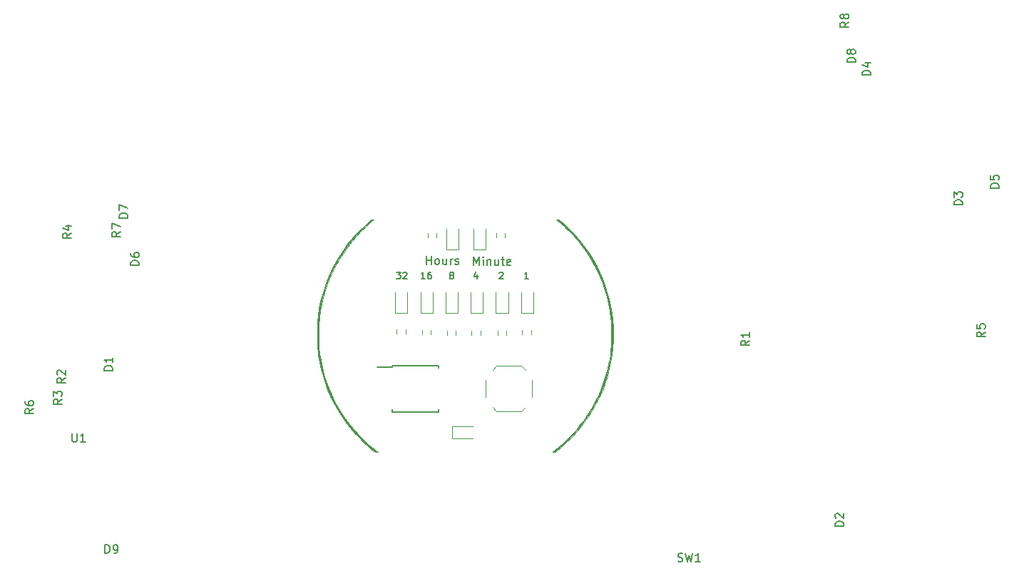
<source format=gto>
G04 #@! TF.GenerationSoftware,KiCad,Pcbnew,(6.0.1)*
G04 #@! TF.CreationDate,2022-05-01T16:09:43+05:30*
G04 #@! TF.ProjectId,BCD watch V1.0,42434420-7761-4746-9368-2056312e302e,rev?*
G04 #@! TF.SameCoordinates,Original*
G04 #@! TF.FileFunction,Legend,Top*
G04 #@! TF.FilePolarity,Positive*
%FSLAX46Y46*%
G04 Gerber Fmt 4.6, Leading zero omitted, Abs format (unit mm)*
G04 Created by KiCad (PCBNEW (6.0.1)) date 2022-05-01 16:09:43*
%MOMM*%
%LPD*%
G01*
G04 APERTURE LIST*
%ADD10C,0.150000*%
%ADD11C,0.120000*%
%ADD12C,0.010000*%
G04 APERTURE END LIST*
D10*
X73028571Y-48861904D02*
X72571428Y-48861904D01*
X72800000Y-48861904D02*
X72800000Y-48061904D01*
X72723809Y-48176190D01*
X72647619Y-48252380D01*
X72571428Y-48290476D01*
X69571428Y-48138095D02*
X69609523Y-48100000D01*
X69685714Y-48061904D01*
X69876190Y-48061904D01*
X69952380Y-48100000D01*
X69990476Y-48138095D01*
X70028571Y-48214285D01*
X70028571Y-48290476D01*
X69990476Y-48404761D01*
X69533333Y-48861904D01*
X70028571Y-48861904D01*
X66952380Y-48328571D02*
X66952380Y-48861904D01*
X66761904Y-48023809D02*
X66571428Y-48595238D01*
X67066666Y-48595238D01*
X60895238Y-47152380D02*
X60895238Y-46152380D01*
X60895238Y-46628571D02*
X61466666Y-46628571D01*
X61466666Y-47152380D02*
X61466666Y-46152380D01*
X62085714Y-47152380D02*
X61990476Y-47104761D01*
X61942857Y-47057142D01*
X61895238Y-46961904D01*
X61895238Y-46676190D01*
X61942857Y-46580952D01*
X61990476Y-46533333D01*
X62085714Y-46485714D01*
X62228571Y-46485714D01*
X62323809Y-46533333D01*
X62371428Y-46580952D01*
X62419047Y-46676190D01*
X62419047Y-46961904D01*
X62371428Y-47057142D01*
X62323809Y-47104761D01*
X62228571Y-47152380D01*
X62085714Y-47152380D01*
X63276190Y-46485714D02*
X63276190Y-47152380D01*
X62847619Y-46485714D02*
X62847619Y-47009523D01*
X62895238Y-47104761D01*
X62990476Y-47152380D01*
X63133333Y-47152380D01*
X63228571Y-47104761D01*
X63276190Y-47057142D01*
X63752380Y-47152380D02*
X63752380Y-46485714D01*
X63752380Y-46676190D02*
X63800000Y-46580952D01*
X63847619Y-46533333D01*
X63942857Y-46485714D01*
X64038095Y-46485714D01*
X64323809Y-47104761D02*
X64419047Y-47152380D01*
X64609523Y-47152380D01*
X64704761Y-47104761D01*
X64752380Y-47009523D01*
X64752380Y-46961904D01*
X64704761Y-46866666D01*
X64609523Y-46819047D01*
X64466666Y-46819047D01*
X64371428Y-46771428D01*
X64323809Y-46676190D01*
X64323809Y-46628571D01*
X64371428Y-46533333D01*
X64466666Y-46485714D01*
X64609523Y-46485714D01*
X64704761Y-46533333D01*
X66509523Y-47252380D02*
X66509523Y-46252380D01*
X66842857Y-46966666D01*
X67176190Y-46252380D01*
X67176190Y-47252380D01*
X67652380Y-47252380D02*
X67652380Y-46585714D01*
X67652380Y-46252380D02*
X67604761Y-46300000D01*
X67652380Y-46347619D01*
X67700000Y-46300000D01*
X67652380Y-46252380D01*
X67652380Y-46347619D01*
X68128571Y-46585714D02*
X68128571Y-47252380D01*
X68128571Y-46680952D02*
X68176190Y-46633333D01*
X68271428Y-46585714D01*
X68414285Y-46585714D01*
X68509523Y-46633333D01*
X68557142Y-46728571D01*
X68557142Y-47252380D01*
X69461904Y-46585714D02*
X69461904Y-47252380D01*
X69033333Y-46585714D02*
X69033333Y-47109523D01*
X69080952Y-47204761D01*
X69176190Y-47252380D01*
X69319047Y-47252380D01*
X69414285Y-47204761D01*
X69461904Y-47157142D01*
X69795238Y-46585714D02*
X70176190Y-46585714D01*
X69938095Y-46252380D02*
X69938095Y-47109523D01*
X69985714Y-47204761D01*
X70080952Y-47252380D01*
X70176190Y-47252380D01*
X70890476Y-47204761D02*
X70795238Y-47252380D01*
X70604761Y-47252380D01*
X70509523Y-47204761D01*
X70461904Y-47109523D01*
X70461904Y-46728571D01*
X70509523Y-46633333D01*
X70604761Y-46585714D01*
X70795238Y-46585714D01*
X70890476Y-46633333D01*
X70938095Y-46728571D01*
X70938095Y-46823809D01*
X70461904Y-46919047D01*
X57352380Y-48061904D02*
X57847619Y-48061904D01*
X57580952Y-48366666D01*
X57695238Y-48366666D01*
X57771428Y-48404761D01*
X57809523Y-48442857D01*
X57847619Y-48519047D01*
X57847619Y-48709523D01*
X57809523Y-48785714D01*
X57771428Y-48823809D01*
X57695238Y-48861904D01*
X57466666Y-48861904D01*
X57390476Y-48823809D01*
X57352380Y-48785714D01*
X58152380Y-48138095D02*
X58190476Y-48100000D01*
X58266666Y-48061904D01*
X58457142Y-48061904D01*
X58533333Y-48100000D01*
X58571428Y-48138095D01*
X58609523Y-48214285D01*
X58609523Y-48290476D01*
X58571428Y-48404761D01*
X58114285Y-48861904D01*
X58609523Y-48861904D01*
X63823809Y-48404761D02*
X63747619Y-48366666D01*
X63709523Y-48328571D01*
X63671428Y-48252380D01*
X63671428Y-48214285D01*
X63709523Y-48138095D01*
X63747619Y-48100000D01*
X63823809Y-48061904D01*
X63976190Y-48061904D01*
X64052380Y-48100000D01*
X64090476Y-48138095D01*
X64128571Y-48214285D01*
X64128571Y-48252380D01*
X64090476Y-48328571D01*
X64052380Y-48366666D01*
X63976190Y-48404761D01*
X63823809Y-48404761D01*
X63747619Y-48442857D01*
X63709523Y-48480952D01*
X63671428Y-48557142D01*
X63671428Y-48709523D01*
X63709523Y-48785714D01*
X63747619Y-48823809D01*
X63823809Y-48861904D01*
X63976190Y-48861904D01*
X64052380Y-48823809D01*
X64090476Y-48785714D01*
X64128571Y-48709523D01*
X64128571Y-48557142D01*
X64090476Y-48480952D01*
X64052380Y-48442857D01*
X63976190Y-48404761D01*
X60747619Y-48861904D02*
X60290476Y-48861904D01*
X60519047Y-48861904D02*
X60519047Y-48061904D01*
X60442857Y-48176190D01*
X60366666Y-48252380D01*
X60290476Y-48290476D01*
X61433333Y-48061904D02*
X61280952Y-48061904D01*
X61204761Y-48100000D01*
X61166666Y-48138095D01*
X61090476Y-48252380D01*
X61052380Y-48404761D01*
X61052380Y-48709523D01*
X61090476Y-48785714D01*
X61128571Y-48823809D01*
X61204761Y-48861904D01*
X61357142Y-48861904D01*
X61433333Y-48823809D01*
X61471428Y-48785714D01*
X61509523Y-48709523D01*
X61509523Y-48519047D01*
X61471428Y-48442857D01*
X61433333Y-48404761D01*
X61357142Y-48366666D01*
X61204761Y-48366666D01*
X61128571Y-48404761D01*
X61090476Y-48442857D01*
X61052380Y-48519047D01*
G04 #@! TO.C,R3*
X17648640Y-63141666D02*
X17172450Y-63475000D01*
X17648640Y-63713095D02*
X16648640Y-63713095D01*
X16648640Y-63332142D01*
X16696260Y-63236904D01*
X16743879Y-63189285D01*
X16839117Y-63141666D01*
X16981974Y-63141666D01*
X17077212Y-63189285D01*
X17124831Y-63236904D01*
X17172450Y-63332142D01*
X17172450Y-63713095D01*
X16648640Y-62808333D02*
X16648640Y-62189285D01*
X17029593Y-62522619D01*
X17029593Y-62379761D01*
X17077212Y-62284523D01*
X17124831Y-62236904D01*
X17220069Y-62189285D01*
X17458164Y-62189285D01*
X17553402Y-62236904D01*
X17601021Y-62284523D01*
X17648640Y-62379761D01*
X17648640Y-62665476D01*
X17601021Y-62760714D01*
X17553402Y-62808333D01*
G04 #@! TO.C,R5*
X127252380Y-55166666D02*
X126776190Y-55500000D01*
X127252380Y-55738095D02*
X126252380Y-55738095D01*
X126252380Y-55357142D01*
X126300000Y-55261904D01*
X126347619Y-55214285D01*
X126442857Y-55166666D01*
X126585714Y-55166666D01*
X126680952Y-55214285D01*
X126728571Y-55261904D01*
X126776190Y-55357142D01*
X126776190Y-55738095D01*
X126252380Y-54261904D02*
X126252380Y-54738095D01*
X126728571Y-54785714D01*
X126680952Y-54738095D01*
X126633333Y-54642857D01*
X126633333Y-54404761D01*
X126680952Y-54309523D01*
X126728571Y-54261904D01*
X126823809Y-54214285D01*
X127061904Y-54214285D01*
X127157142Y-54261904D01*
X127204761Y-54309523D01*
X127252380Y-54404761D01*
X127252380Y-54642857D01*
X127204761Y-54738095D01*
X127157142Y-54785714D01*
G04 #@! TO.C,D9*
X22761904Y-81452380D02*
X22761904Y-80452380D01*
X23000000Y-80452380D01*
X23142857Y-80500000D01*
X23238095Y-80595238D01*
X23285714Y-80690476D01*
X23333333Y-80880952D01*
X23333333Y-81023809D01*
X23285714Y-81214285D01*
X23238095Y-81309523D01*
X23142857Y-81404761D01*
X23000000Y-81452380D01*
X22761904Y-81452380D01*
X23809523Y-81452380D02*
X24000000Y-81452380D01*
X24095238Y-81404761D01*
X24142857Y-81357142D01*
X24238095Y-81214285D01*
X24285714Y-81023809D01*
X24285714Y-80642857D01*
X24238095Y-80547619D01*
X24190476Y-80500000D01*
X24095238Y-80452380D01*
X23904761Y-80452380D01*
X23809523Y-80500000D01*
X23761904Y-80547619D01*
X23714285Y-80642857D01*
X23714285Y-80880952D01*
X23761904Y-80976190D01*
X23809523Y-81023809D01*
X23904761Y-81071428D01*
X24095238Y-81071428D01*
X24190476Y-81023809D01*
X24238095Y-80976190D01*
X24285714Y-80880952D01*
G04 #@! TO.C,D3*
X124546543Y-40063095D02*
X123546543Y-40063095D01*
X123546543Y-39825000D01*
X123594163Y-39682142D01*
X123689401Y-39586904D01*
X123784639Y-39539285D01*
X123975115Y-39491666D01*
X124117972Y-39491666D01*
X124308448Y-39539285D01*
X124403686Y-39586904D01*
X124498924Y-39682142D01*
X124546543Y-39825000D01*
X124546543Y-40063095D01*
X123546543Y-39158333D02*
X123546543Y-38539285D01*
X123927496Y-38872619D01*
X123927496Y-38729761D01*
X123975115Y-38634523D01*
X124022734Y-38586904D01*
X124117972Y-38539285D01*
X124356067Y-38539285D01*
X124451305Y-38586904D01*
X124498924Y-38634523D01*
X124546543Y-38729761D01*
X124546543Y-39015476D01*
X124498924Y-39110714D01*
X124451305Y-39158333D01*
G04 #@! TO.C,SW1*
X90766666Y-82404761D02*
X90909523Y-82452380D01*
X91147619Y-82452380D01*
X91242857Y-82404761D01*
X91290476Y-82357142D01*
X91338095Y-82261904D01*
X91338095Y-82166666D01*
X91290476Y-82071428D01*
X91242857Y-82023809D01*
X91147619Y-81976190D01*
X90957142Y-81928571D01*
X90861904Y-81880952D01*
X90814285Y-81833333D01*
X90766666Y-81738095D01*
X90766666Y-81642857D01*
X90814285Y-81547619D01*
X90861904Y-81500000D01*
X90957142Y-81452380D01*
X91195238Y-81452380D01*
X91338095Y-81500000D01*
X91671428Y-81452380D02*
X91909523Y-82452380D01*
X92100000Y-81738095D01*
X92290476Y-82452380D01*
X92528571Y-81452380D01*
X93433333Y-82452380D02*
X92861904Y-82452380D01*
X93147619Y-82452380D02*
X93147619Y-81452380D01*
X93052380Y-81595238D01*
X92957142Y-81690476D01*
X92861904Y-81738095D01*
G04 #@! TO.C,D4*
X113656748Y-24663095D02*
X112656748Y-24663095D01*
X112656748Y-24425000D01*
X112704368Y-24282142D01*
X112799606Y-24186904D01*
X112894844Y-24139285D01*
X113085320Y-24091666D01*
X113228177Y-24091666D01*
X113418653Y-24139285D01*
X113513891Y-24186904D01*
X113609129Y-24282142D01*
X113656748Y-24425000D01*
X113656748Y-24663095D01*
X112990082Y-23234523D02*
X113656748Y-23234523D01*
X112609129Y-23472619D02*
X113323415Y-23710714D01*
X113323415Y-23091666D01*
G04 #@! TO.C,D6*
X26782007Y-47243056D02*
X25782007Y-47243056D01*
X25782007Y-47004961D01*
X25829627Y-46862103D01*
X25924865Y-46766865D01*
X26020103Y-46719246D01*
X26210579Y-46671627D01*
X26353436Y-46671627D01*
X26543912Y-46719246D01*
X26639150Y-46766865D01*
X26734388Y-46862103D01*
X26782007Y-47004961D01*
X26782007Y-47243056D01*
X25782007Y-45814484D02*
X25782007Y-46004961D01*
X25829627Y-46100199D01*
X25877246Y-46147818D01*
X26020103Y-46243056D01*
X26210579Y-46290675D01*
X26591531Y-46290675D01*
X26686769Y-46243056D01*
X26734388Y-46195437D01*
X26782007Y-46100199D01*
X26782007Y-45909722D01*
X26734388Y-45814484D01*
X26686769Y-45766865D01*
X26591531Y-45719246D01*
X26353436Y-45719246D01*
X26258198Y-45766865D01*
X26210579Y-45814484D01*
X26162960Y-45909722D01*
X26162960Y-46100199D01*
X26210579Y-46195437D01*
X26258198Y-46243056D01*
X26353436Y-46290675D01*
G04 #@! TO.C,R6*
X14252380Y-64291666D02*
X13776190Y-64625000D01*
X14252380Y-64863095D02*
X13252380Y-64863095D01*
X13252380Y-64482142D01*
X13300000Y-64386904D01*
X13347619Y-64339285D01*
X13442857Y-64291666D01*
X13585714Y-64291666D01*
X13680952Y-64339285D01*
X13728571Y-64386904D01*
X13776190Y-64482142D01*
X13776190Y-64863095D01*
X13252380Y-63434523D02*
X13252380Y-63625000D01*
X13300000Y-63720238D01*
X13347619Y-63767857D01*
X13490476Y-63863095D01*
X13680952Y-63910714D01*
X14061904Y-63910714D01*
X14157142Y-63863095D01*
X14204761Y-63815476D01*
X14252380Y-63720238D01*
X14252380Y-63529761D01*
X14204761Y-63434523D01*
X14157142Y-63386904D01*
X14061904Y-63339285D01*
X13823809Y-63339285D01*
X13728571Y-63386904D01*
X13680952Y-63434523D01*
X13633333Y-63529761D01*
X13633333Y-63720238D01*
X13680952Y-63815476D01*
X13728571Y-63863095D01*
X13823809Y-63910714D01*
G04 #@! TO.C,D1*
X23652380Y-59738095D02*
X22652380Y-59738095D01*
X22652380Y-59500000D01*
X22700000Y-59357142D01*
X22795238Y-59261904D01*
X22890476Y-59214285D01*
X23080952Y-59166666D01*
X23223809Y-59166666D01*
X23414285Y-59214285D01*
X23509523Y-59261904D01*
X23604761Y-59357142D01*
X23652380Y-59500000D01*
X23652380Y-59738095D01*
X23652380Y-58214285D02*
X23652380Y-58785714D01*
X23652380Y-58500000D02*
X22652380Y-58500000D01*
X22795238Y-58595238D01*
X22890476Y-58690476D01*
X22938095Y-58785714D01*
G04 #@! TO.C,D5*
X128882007Y-38063916D02*
X127882007Y-38063916D01*
X127882007Y-37825821D01*
X127929627Y-37682963D01*
X128024865Y-37587725D01*
X128120103Y-37540106D01*
X128310579Y-37492487D01*
X128453436Y-37492487D01*
X128643912Y-37540106D01*
X128739150Y-37587725D01*
X128834388Y-37682963D01*
X128882007Y-37825821D01*
X128882007Y-38063916D01*
X127882007Y-36587725D02*
X127882007Y-37063916D01*
X128358198Y-37111535D01*
X128310579Y-37063916D01*
X128262960Y-36968678D01*
X128262960Y-36730582D01*
X128310579Y-36635344D01*
X128358198Y-36587725D01*
X128453436Y-36540106D01*
X128691531Y-36540106D01*
X128786769Y-36587725D01*
X128834388Y-36635344D01*
X128882007Y-36730582D01*
X128882007Y-36968678D01*
X128834388Y-37063916D01*
X128786769Y-37111535D01*
G04 #@! TO.C,R8*
X111052380Y-18366666D02*
X110576190Y-18700000D01*
X111052380Y-18938095D02*
X110052380Y-18938095D01*
X110052380Y-18557142D01*
X110100000Y-18461904D01*
X110147619Y-18414285D01*
X110242857Y-18366666D01*
X110385714Y-18366666D01*
X110480952Y-18414285D01*
X110528571Y-18461904D01*
X110576190Y-18557142D01*
X110576190Y-18938095D01*
X110480952Y-17795238D02*
X110433333Y-17890476D01*
X110385714Y-17938095D01*
X110290476Y-17985714D01*
X110242857Y-17985714D01*
X110147619Y-17938095D01*
X110100000Y-17890476D01*
X110052380Y-17795238D01*
X110052380Y-17604761D01*
X110100000Y-17509523D01*
X110147619Y-17461904D01*
X110242857Y-17414285D01*
X110290476Y-17414285D01*
X110385714Y-17461904D01*
X110433333Y-17509523D01*
X110480952Y-17604761D01*
X110480952Y-17795238D01*
X110528571Y-17890476D01*
X110576190Y-17938095D01*
X110671428Y-17985714D01*
X110861904Y-17985714D01*
X110957142Y-17938095D01*
X111004761Y-17890476D01*
X111052380Y-17795238D01*
X111052380Y-17604761D01*
X111004761Y-17509523D01*
X110957142Y-17461904D01*
X110861904Y-17414285D01*
X110671428Y-17414285D01*
X110576190Y-17461904D01*
X110528571Y-17509523D01*
X110480952Y-17604761D01*
G04 #@! TO.C,R4*
X18752380Y-43444166D02*
X18276190Y-43777500D01*
X18752380Y-44015595D02*
X17752380Y-44015595D01*
X17752380Y-43634642D01*
X17800000Y-43539404D01*
X17847619Y-43491785D01*
X17942857Y-43444166D01*
X18085714Y-43444166D01*
X18180952Y-43491785D01*
X18228571Y-43539404D01*
X18276190Y-43634642D01*
X18276190Y-44015595D01*
X18085714Y-42587023D02*
X18752380Y-42587023D01*
X17704761Y-42825119D02*
X18419047Y-43063214D01*
X18419047Y-42444166D01*
G04 #@! TO.C,D2*
X110452380Y-78238095D02*
X109452380Y-78238095D01*
X109452380Y-78000000D01*
X109500000Y-77857142D01*
X109595238Y-77761904D01*
X109690476Y-77714285D01*
X109880952Y-77666666D01*
X110023809Y-77666666D01*
X110214285Y-77714285D01*
X110309523Y-77761904D01*
X110404761Y-77857142D01*
X110452380Y-78000000D01*
X110452380Y-78238095D01*
X109547619Y-77285714D02*
X109500000Y-77238095D01*
X109452380Y-77142857D01*
X109452380Y-76904761D01*
X109500000Y-76809523D01*
X109547619Y-76761904D01*
X109642857Y-76714285D01*
X109738095Y-76714285D01*
X109880952Y-76761904D01*
X110452380Y-77333333D01*
X110452380Y-76714285D01*
G04 #@! TO.C,U1*
X18834355Y-67227380D02*
X18834355Y-68036904D01*
X18881974Y-68132142D01*
X18929593Y-68179761D01*
X19024831Y-68227380D01*
X19215307Y-68227380D01*
X19310545Y-68179761D01*
X19358164Y-68132142D01*
X19405783Y-68036904D01*
X19405783Y-67227380D01*
X20405783Y-68227380D02*
X19834355Y-68227380D01*
X20120069Y-68227380D02*
X20120069Y-67227380D01*
X20024831Y-67370238D01*
X19929593Y-67465476D01*
X19834355Y-67513095D01*
G04 #@! TO.C,D8*
X111852380Y-23138095D02*
X110852380Y-23138095D01*
X110852380Y-22900000D01*
X110900000Y-22757142D01*
X110995238Y-22661904D01*
X111090476Y-22614285D01*
X111280952Y-22566666D01*
X111423809Y-22566666D01*
X111614285Y-22614285D01*
X111709523Y-22661904D01*
X111804761Y-22757142D01*
X111852380Y-22900000D01*
X111852380Y-23138095D01*
X111280952Y-21995238D02*
X111233333Y-22090476D01*
X111185714Y-22138095D01*
X111090476Y-22185714D01*
X111042857Y-22185714D01*
X110947619Y-22138095D01*
X110900000Y-22090476D01*
X110852380Y-21995238D01*
X110852380Y-21804761D01*
X110900000Y-21709523D01*
X110947619Y-21661904D01*
X111042857Y-21614285D01*
X111090476Y-21614285D01*
X111185714Y-21661904D01*
X111233333Y-21709523D01*
X111280952Y-21804761D01*
X111280952Y-21995238D01*
X111328571Y-22090476D01*
X111376190Y-22138095D01*
X111471428Y-22185714D01*
X111661904Y-22185714D01*
X111757142Y-22138095D01*
X111804761Y-22090476D01*
X111852380Y-21995238D01*
X111852380Y-21804761D01*
X111804761Y-21709523D01*
X111757142Y-21661904D01*
X111661904Y-21614285D01*
X111471428Y-21614285D01*
X111376190Y-21661904D01*
X111328571Y-21709523D01*
X111280952Y-21804761D01*
G04 #@! TO.C,D7*
X25452380Y-41615595D02*
X24452380Y-41615595D01*
X24452380Y-41377500D01*
X24500000Y-41234642D01*
X24595238Y-41139404D01*
X24690476Y-41091785D01*
X24880952Y-41044166D01*
X25023809Y-41044166D01*
X25214285Y-41091785D01*
X25309523Y-41139404D01*
X25404761Y-41234642D01*
X25452380Y-41377500D01*
X25452380Y-41615595D01*
X24452380Y-40710833D02*
X24452380Y-40044166D01*
X25452380Y-40472738D01*
G04 #@! TO.C,R2*
X18048640Y-60641666D02*
X17572450Y-60975000D01*
X18048640Y-61213095D02*
X17048640Y-61213095D01*
X17048640Y-60832142D01*
X17096260Y-60736904D01*
X17143879Y-60689285D01*
X17239117Y-60641666D01*
X17381974Y-60641666D01*
X17477212Y-60689285D01*
X17524831Y-60736904D01*
X17572450Y-60832142D01*
X17572450Y-61213095D01*
X17143879Y-60260714D02*
X17096260Y-60213095D01*
X17048640Y-60117857D01*
X17048640Y-59879761D01*
X17096260Y-59784523D01*
X17143879Y-59736904D01*
X17239117Y-59689285D01*
X17334355Y-59689285D01*
X17477212Y-59736904D01*
X18048640Y-60308333D01*
X18048640Y-59689285D01*
G04 #@! TO.C,R1*
X99256120Y-56191666D02*
X98779930Y-56525000D01*
X99256120Y-56763095D02*
X98256120Y-56763095D01*
X98256120Y-56382142D01*
X98303740Y-56286904D01*
X98351359Y-56239285D01*
X98446597Y-56191666D01*
X98589454Y-56191666D01*
X98684692Y-56239285D01*
X98732311Y-56286904D01*
X98779930Y-56382142D01*
X98779930Y-56763095D01*
X99256120Y-55239285D02*
X99256120Y-55810714D01*
X99256120Y-55525000D02*
X98256120Y-55525000D01*
X98398978Y-55620238D01*
X98494216Y-55715476D01*
X98541835Y-55810714D01*
G04 #@! TO.C,R7*
X24552380Y-43266666D02*
X24076190Y-43600000D01*
X24552380Y-43838095D02*
X23552380Y-43838095D01*
X23552380Y-43457142D01*
X23600000Y-43361904D01*
X23647619Y-43314285D01*
X23742857Y-43266666D01*
X23885714Y-43266666D01*
X23980952Y-43314285D01*
X24028571Y-43361904D01*
X24076190Y-43457142D01*
X24076190Y-43838095D01*
X23552380Y-42933333D02*
X23552380Y-42266666D01*
X24552380Y-42695238D01*
D11*
G04 #@! TO.C,R3*
X64422500Y-55554724D02*
X64422500Y-55045276D01*
X63377500Y-55554724D02*
X63377500Y-55045276D01*
G04 #@! TO.C,R5*
X70422500Y-55554724D02*
X70422500Y-55045276D01*
X69377500Y-55554724D02*
X69377500Y-55045276D01*
G04 #@! TO.C,D9*
X66400000Y-66365000D02*
X63940000Y-66365000D01*
X63940000Y-66365000D02*
X63940000Y-67835000D01*
X63940000Y-67835000D02*
X66400000Y-67835000D01*
G04 #@! TO.C,D3*
X63159163Y-50425000D02*
X63159163Y-52885000D01*
X63159163Y-52885000D02*
X64629163Y-52885000D01*
X64629163Y-52885000D02*
X64629163Y-50425000D01*
G04 #@! TO.C,SW1*
X72150000Y-64620000D02*
X72640000Y-64130000D01*
X69250000Y-64620000D02*
X72150000Y-64620000D01*
X69250000Y-59180000D02*
X68760000Y-59670000D01*
X67980000Y-62940000D02*
X67980000Y-60860000D01*
X73420000Y-62940000D02*
X73420000Y-60860000D01*
X69250000Y-64620000D02*
X68760000Y-64130000D01*
X69250000Y-59180000D02*
X72150000Y-59180000D01*
X72150000Y-59180000D02*
X72640000Y-59670000D01*
G04 #@! TO.C,D4*
X66169368Y-50425000D02*
X66169368Y-52885000D01*
X66169368Y-52885000D02*
X67639368Y-52885000D01*
X67639368Y-52885000D02*
X67639368Y-50425000D01*
D12*
G04 #@! TO.C,G\u002A\u002A\u002A*
X54510051Y-41813805D02*
X54525207Y-41814497D01*
X54525207Y-41814497D02*
X54672862Y-41820757D01*
X54672862Y-41820757D02*
X54417411Y-42032424D01*
X54417411Y-42032424D02*
X53766089Y-42599319D01*
X53766089Y-42599319D02*
X53146209Y-43194549D01*
X53146209Y-43194549D02*
X52557916Y-43817942D01*
X52557916Y-43817942D02*
X52001352Y-44469328D01*
X52001352Y-44469328D02*
X51476663Y-45148534D01*
X51476663Y-45148534D02*
X50983993Y-45855391D01*
X50983993Y-45855391D02*
X50523487Y-46589725D01*
X50523487Y-46589725D02*
X50403392Y-46794924D01*
X50403392Y-46794924D02*
X50298739Y-46981833D01*
X50298739Y-46981833D02*
X50182566Y-47198653D01*
X50182566Y-47198653D02*
X50059464Y-47436146D01*
X50059464Y-47436146D02*
X49934024Y-47685074D01*
X49934024Y-47685074D02*
X49810837Y-47936201D01*
X49810837Y-47936201D02*
X49694495Y-48180288D01*
X49694495Y-48180288D02*
X49589589Y-48408100D01*
X49589589Y-48408100D02*
X49500710Y-48610397D01*
X49500710Y-48610397D02*
X49498644Y-48615257D01*
X49498644Y-48615257D02*
X49181738Y-49414788D01*
X49181738Y-49414788D02*
X48905625Y-50223817D01*
X48905625Y-50223817D02*
X48670262Y-51040972D01*
X48670262Y-51040972D02*
X48475608Y-51864882D01*
X48475608Y-51864882D02*
X48321620Y-52694177D01*
X48321620Y-52694177D02*
X48208256Y-53527485D01*
X48208256Y-53527485D02*
X48135476Y-54363436D01*
X48135476Y-54363436D02*
X48103236Y-55200659D01*
X48103236Y-55200659D02*
X48111495Y-56037782D01*
X48111495Y-56037782D02*
X48160211Y-56873436D01*
X48160211Y-56873436D02*
X48249342Y-57706249D01*
X48249342Y-57706249D02*
X48378845Y-58534850D01*
X48378845Y-58534850D02*
X48548680Y-59357869D01*
X48548680Y-59357869D02*
X48758805Y-60173935D01*
X48758805Y-60173935D02*
X49009176Y-60981676D01*
X49009176Y-60981676D02*
X49299753Y-61779722D01*
X49299753Y-61779722D02*
X49630493Y-62566702D01*
X49630493Y-62566702D02*
X49945635Y-63230840D01*
X49945635Y-63230840D02*
X50343868Y-63980055D01*
X50343868Y-63980055D02*
X50778266Y-64708748D01*
X50778266Y-64708748D02*
X51247455Y-65415256D01*
X51247455Y-65415256D02*
X51750061Y-66097917D01*
X51750061Y-66097917D02*
X52284707Y-66755066D01*
X52284707Y-66755066D02*
X52850019Y-67385039D01*
X52850019Y-67385039D02*
X53444622Y-67986174D01*
X53444622Y-67986174D02*
X54067141Y-68556806D01*
X54067141Y-68556806D02*
X54716202Y-69095272D01*
X54716202Y-69095272D02*
X54929043Y-69260334D01*
X54929043Y-69260334D02*
X55127236Y-69411507D01*
X55127236Y-69411507D02*
X54793418Y-69411507D01*
X54793418Y-69411507D02*
X54476384Y-69156430D01*
X54476384Y-69156430D02*
X54347912Y-69051844D01*
X54347912Y-69051844D02*
X54203518Y-68932306D01*
X54203518Y-68932306D02*
X54057194Y-68809518D01*
X54057194Y-68809518D02*
X53922931Y-68695181D01*
X53922931Y-68695181D02*
X53863017Y-68643381D01*
X53863017Y-68643381D02*
X53729781Y-68524156D01*
X53729781Y-68524156D02*
X53574445Y-68379739D01*
X53574445Y-68379739D02*
X53403269Y-68216364D01*
X53403269Y-68216364D02*
X53222516Y-68040267D01*
X53222516Y-68040267D02*
X53038449Y-67857682D01*
X53038449Y-67857682D02*
X52857328Y-67674842D01*
X52857328Y-67674842D02*
X52685417Y-67497984D01*
X52685417Y-67497984D02*
X52528977Y-67333341D01*
X52528977Y-67333341D02*
X52394271Y-67187147D01*
X52394271Y-67187147D02*
X52345401Y-67132431D01*
X52345401Y-67132431D02*
X51782302Y-66463055D01*
X51782302Y-66463055D02*
X51255600Y-65772348D01*
X51255600Y-65772348D02*
X50765664Y-65061125D01*
X50765664Y-65061125D02*
X50312863Y-64330199D01*
X50312863Y-64330199D02*
X49897563Y-63580386D01*
X49897563Y-63580386D02*
X49520132Y-62812498D01*
X49520132Y-62812498D02*
X49180940Y-62027352D01*
X49180940Y-62027352D02*
X48880353Y-61225760D01*
X48880353Y-61225760D02*
X48618739Y-60408537D01*
X48618739Y-60408537D02*
X48396466Y-59576498D01*
X48396466Y-59576498D02*
X48213903Y-58730456D01*
X48213903Y-58730456D02*
X48071417Y-57871226D01*
X48071417Y-57871226D02*
X48033881Y-57589924D01*
X48033881Y-57589924D02*
X48005001Y-57350883D01*
X48005001Y-57350883D02*
X47981038Y-57130056D01*
X47981038Y-57130056D02*
X47961583Y-56919943D01*
X47961583Y-56919943D02*
X47946227Y-56713046D01*
X47946227Y-56713046D02*
X47934560Y-56501867D01*
X47934560Y-56501867D02*
X47926172Y-56278907D01*
X47926172Y-56278907D02*
X47920656Y-56036669D01*
X47920656Y-56036669D02*
X47917600Y-55767653D01*
X47917600Y-55767653D02*
X47916596Y-55464361D01*
X47916596Y-55464361D02*
X47916592Y-55441507D01*
X47916592Y-55441507D02*
X47917467Y-55135517D01*
X47917467Y-55135517D02*
X47920364Y-54864332D01*
X47920364Y-54864332D02*
X47925695Y-54620453D01*
X47925695Y-54620453D02*
X47933866Y-54396380D01*
X47933866Y-54396380D02*
X47945289Y-54184617D01*
X47945289Y-54184617D02*
X47960372Y-53977664D01*
X47960372Y-53977664D02*
X47979525Y-53768023D01*
X47979525Y-53768023D02*
X48003157Y-53548196D01*
X48003157Y-53548196D02*
X48031677Y-53310684D01*
X48031677Y-53310684D02*
X48033881Y-53293090D01*
X48033881Y-53293090D02*
X48162403Y-52436825D01*
X48162403Y-52436825D02*
X48331130Y-51592154D01*
X48331130Y-51592154D02*
X48539414Y-50760293D01*
X48539414Y-50760293D02*
X48786610Y-49942457D01*
X48786610Y-49942457D02*
X49072071Y-49139863D01*
X49072071Y-49139863D02*
X49395150Y-48353724D01*
X49395150Y-48353724D02*
X49755199Y-47585258D01*
X49755199Y-47585258D02*
X50151572Y-46835679D01*
X50151572Y-46835679D02*
X50583623Y-46106204D01*
X50583623Y-46106204D02*
X51050705Y-45398047D01*
X51050705Y-45398047D02*
X51552170Y-44712425D01*
X51552170Y-44712425D02*
X52087372Y-44050553D01*
X52087372Y-44050553D02*
X52655664Y-43413646D01*
X52655664Y-43413646D02*
X53256399Y-42802921D01*
X53256399Y-42802921D02*
X53888931Y-42219592D01*
X53888931Y-42219592D02*
X53958267Y-42159024D01*
X53958267Y-42159024D02*
X54081599Y-42051758D01*
X54081599Y-42051758D02*
X54177697Y-41968847D01*
X54177697Y-41968847D02*
X54251586Y-41907236D01*
X54251586Y-41907236D02*
X54308294Y-41863870D01*
X54308294Y-41863870D02*
X54352847Y-41835695D01*
X54352847Y-41835695D02*
X54390272Y-41819656D01*
X54390272Y-41819656D02*
X54425597Y-41812697D01*
X54425597Y-41812697D02*
X54463848Y-41811765D01*
X54463848Y-41811765D02*
X54510051Y-41813805D01*
X54510051Y-41813805D02*
X54510051Y-41813805D01*
G36*
X54510051Y-41813805D02*
G01*
X54525207Y-41814497D01*
X54672862Y-41820757D01*
X54417411Y-42032424D01*
X53766089Y-42599319D01*
X53146209Y-43194549D01*
X52557916Y-43817942D01*
X52001352Y-44469328D01*
X51476663Y-45148534D01*
X50983993Y-45855391D01*
X50523487Y-46589725D01*
X50403392Y-46794924D01*
X50298739Y-46981833D01*
X50182566Y-47198653D01*
X50059464Y-47436146D01*
X49934024Y-47685074D01*
X49810837Y-47936201D01*
X49694495Y-48180288D01*
X49589589Y-48408100D01*
X49500710Y-48610397D01*
X49498644Y-48615257D01*
X49181738Y-49414788D01*
X48905625Y-50223817D01*
X48670262Y-51040972D01*
X48475608Y-51864882D01*
X48321620Y-52694177D01*
X48208256Y-53527485D01*
X48135476Y-54363436D01*
X48103236Y-55200659D01*
X48111495Y-56037782D01*
X48160211Y-56873436D01*
X48249342Y-57706249D01*
X48378845Y-58534850D01*
X48548680Y-59357869D01*
X48758805Y-60173935D01*
X49009176Y-60981676D01*
X49299753Y-61779722D01*
X49630493Y-62566702D01*
X49945635Y-63230840D01*
X50343868Y-63980055D01*
X50778266Y-64708748D01*
X51247455Y-65415256D01*
X51750061Y-66097917D01*
X52284707Y-66755066D01*
X52850019Y-67385039D01*
X53444622Y-67986174D01*
X54067141Y-68556806D01*
X54716202Y-69095272D01*
X54929043Y-69260334D01*
X55127236Y-69411507D01*
X54793418Y-69411507D01*
X54476384Y-69156430D01*
X54347912Y-69051844D01*
X54203518Y-68932306D01*
X54057194Y-68809518D01*
X53922931Y-68695181D01*
X53863017Y-68643381D01*
X53729781Y-68524156D01*
X53574445Y-68379739D01*
X53403269Y-68216364D01*
X53222516Y-68040267D01*
X53038449Y-67857682D01*
X52857328Y-67674842D01*
X52685417Y-67497984D01*
X52528977Y-67333341D01*
X52394271Y-67187147D01*
X52345401Y-67132431D01*
X51782302Y-66463055D01*
X51255600Y-65772348D01*
X50765664Y-65061125D01*
X50312863Y-64330199D01*
X49897563Y-63580386D01*
X49520132Y-62812498D01*
X49180940Y-62027352D01*
X48880353Y-61225760D01*
X48618739Y-60408537D01*
X48396466Y-59576498D01*
X48213903Y-58730456D01*
X48071417Y-57871226D01*
X48033881Y-57589924D01*
X48005001Y-57350883D01*
X47981038Y-57130056D01*
X47961583Y-56919943D01*
X47946227Y-56713046D01*
X47934560Y-56501867D01*
X47926172Y-56278907D01*
X47920656Y-56036669D01*
X47917600Y-55767653D01*
X47916596Y-55464361D01*
X47916592Y-55441507D01*
X47917467Y-55135517D01*
X47920364Y-54864332D01*
X47925695Y-54620453D01*
X47933866Y-54396380D01*
X47945289Y-54184617D01*
X47960372Y-53977664D01*
X47979525Y-53768023D01*
X48003157Y-53548196D01*
X48031677Y-53310684D01*
X48033881Y-53293090D01*
X48162403Y-52436825D01*
X48331130Y-51592154D01*
X48539414Y-50760293D01*
X48786610Y-49942457D01*
X49072071Y-49139863D01*
X49395150Y-48353724D01*
X49755199Y-47585258D01*
X50151572Y-46835679D01*
X50583623Y-46106204D01*
X51050705Y-45398047D01*
X51552170Y-44712425D01*
X52087372Y-44050553D01*
X52655664Y-43413646D01*
X53256399Y-42802921D01*
X53888931Y-42219592D01*
X53958267Y-42159024D01*
X54081599Y-42051758D01*
X54177697Y-41968847D01*
X54251586Y-41907236D01*
X54308294Y-41863870D01*
X54352847Y-41835695D01*
X54390272Y-41819656D01*
X54425597Y-41812697D01*
X54463848Y-41811765D01*
X54510051Y-41813805D01*
G37*
X54510051Y-41813805D02*
X54525207Y-41814497D01*
X54672862Y-41820757D01*
X54417411Y-42032424D01*
X53766089Y-42599319D01*
X53146209Y-43194549D01*
X52557916Y-43817942D01*
X52001352Y-44469328D01*
X51476663Y-45148534D01*
X50983993Y-45855391D01*
X50523487Y-46589725D01*
X50403392Y-46794924D01*
X50298739Y-46981833D01*
X50182566Y-47198653D01*
X50059464Y-47436146D01*
X49934024Y-47685074D01*
X49810837Y-47936201D01*
X49694495Y-48180288D01*
X49589589Y-48408100D01*
X49500710Y-48610397D01*
X49498644Y-48615257D01*
X49181738Y-49414788D01*
X48905625Y-50223817D01*
X48670262Y-51040972D01*
X48475608Y-51864882D01*
X48321620Y-52694177D01*
X48208256Y-53527485D01*
X48135476Y-54363436D01*
X48103236Y-55200659D01*
X48111495Y-56037782D01*
X48160211Y-56873436D01*
X48249342Y-57706249D01*
X48378845Y-58534850D01*
X48548680Y-59357869D01*
X48758805Y-60173935D01*
X49009176Y-60981676D01*
X49299753Y-61779722D01*
X49630493Y-62566702D01*
X49945635Y-63230840D01*
X50343868Y-63980055D01*
X50778266Y-64708748D01*
X51247455Y-65415256D01*
X51750061Y-66097917D01*
X52284707Y-66755066D01*
X52850019Y-67385039D01*
X53444622Y-67986174D01*
X54067141Y-68556806D01*
X54716202Y-69095272D01*
X54929043Y-69260334D01*
X55127236Y-69411507D01*
X54793418Y-69411507D01*
X54476384Y-69156430D01*
X54347912Y-69051844D01*
X54203518Y-68932306D01*
X54057194Y-68809518D01*
X53922931Y-68695181D01*
X53863017Y-68643381D01*
X53729781Y-68524156D01*
X53574445Y-68379739D01*
X53403269Y-68216364D01*
X53222516Y-68040267D01*
X53038449Y-67857682D01*
X52857328Y-67674842D01*
X52685417Y-67497984D01*
X52528977Y-67333341D01*
X52394271Y-67187147D01*
X52345401Y-67132431D01*
X51782302Y-66463055D01*
X51255600Y-65772348D01*
X50765664Y-65061125D01*
X50312863Y-64330199D01*
X49897563Y-63580386D01*
X49520132Y-62812498D01*
X49180940Y-62027352D01*
X48880353Y-61225760D01*
X48618739Y-60408537D01*
X48396466Y-59576498D01*
X48213903Y-58730456D01*
X48071417Y-57871226D01*
X48033881Y-57589924D01*
X48005001Y-57350883D01*
X47981038Y-57130056D01*
X47961583Y-56919943D01*
X47946227Y-56713046D01*
X47934560Y-56501867D01*
X47926172Y-56278907D01*
X47920656Y-56036669D01*
X47917600Y-55767653D01*
X47916596Y-55464361D01*
X47916592Y-55441507D01*
X47917467Y-55135517D01*
X47920364Y-54864332D01*
X47925695Y-54620453D01*
X47933866Y-54396380D01*
X47945289Y-54184617D01*
X47960372Y-53977664D01*
X47979525Y-53768023D01*
X48003157Y-53548196D01*
X48031677Y-53310684D01*
X48033881Y-53293090D01*
X48162403Y-52436825D01*
X48331130Y-51592154D01*
X48539414Y-50760293D01*
X48786610Y-49942457D01*
X49072071Y-49139863D01*
X49395150Y-48353724D01*
X49755199Y-47585258D01*
X50151572Y-46835679D01*
X50583623Y-46106204D01*
X51050705Y-45398047D01*
X51552170Y-44712425D01*
X52087372Y-44050553D01*
X52655664Y-43413646D01*
X53256399Y-42802921D01*
X53888931Y-42219592D01*
X53958267Y-42159024D01*
X54081599Y-42051758D01*
X54177697Y-41968847D01*
X54251586Y-41907236D01*
X54308294Y-41863870D01*
X54352847Y-41835695D01*
X54390272Y-41819656D01*
X54425597Y-41812697D01*
X54463848Y-41811765D01*
X54510051Y-41813805D01*
X76824145Y-41972367D02*
X77253332Y-42347646D01*
X77253332Y-42347646D02*
X77687182Y-42754901D01*
X77687182Y-42754901D02*
X78117563Y-43185755D01*
X78117563Y-43185755D02*
X78536345Y-43631829D01*
X78536345Y-43631829D02*
X78935397Y-44084746D01*
X78935397Y-44084746D02*
X79280620Y-44503425D01*
X79280620Y-44503425D02*
X79795340Y-45183373D01*
X79795340Y-45183373D02*
X80273814Y-45884134D01*
X80273814Y-45884134D02*
X80715782Y-46604223D01*
X80715782Y-46604223D02*
X81120986Y-47342155D01*
X81120986Y-47342155D02*
X81489165Y-48096447D01*
X81489165Y-48096447D02*
X81820060Y-48865614D01*
X81820060Y-48865614D02*
X82113410Y-49648173D01*
X82113410Y-49648173D02*
X82368956Y-50442638D01*
X82368956Y-50442638D02*
X82586438Y-51247526D01*
X82586438Y-51247526D02*
X82765597Y-52061352D01*
X82765597Y-52061352D02*
X82906173Y-52882633D01*
X82906173Y-52882633D02*
X83007905Y-53709883D01*
X83007905Y-53709883D02*
X83070535Y-54541619D01*
X83070535Y-54541619D02*
X83093803Y-55376356D01*
X83093803Y-55376356D02*
X83077448Y-56212611D01*
X83077448Y-56212611D02*
X83021211Y-57048898D01*
X83021211Y-57048898D02*
X82924832Y-57883735D01*
X82924832Y-57883735D02*
X82788052Y-58715635D01*
X82788052Y-58715635D02*
X82610610Y-59543116D01*
X82610610Y-59543116D02*
X82392248Y-60364693D01*
X82392248Y-60364693D02*
X82176470Y-61050770D01*
X82176470Y-61050770D02*
X81879284Y-61866340D01*
X81879284Y-61866340D02*
X81544420Y-62662837D01*
X81544420Y-62662837D02*
X81172234Y-63439615D01*
X81172234Y-63439615D02*
X80763078Y-64196023D01*
X80763078Y-64196023D02*
X80317307Y-64931413D01*
X80317307Y-64931413D02*
X79835274Y-65645136D01*
X79835274Y-65645136D02*
X79317333Y-66336544D01*
X79317333Y-66336544D02*
X79242755Y-66430548D01*
X79242755Y-66430548D02*
X78711628Y-67063122D01*
X78711628Y-67063122D02*
X78145136Y-67676047D01*
X78145136Y-67676047D02*
X77547234Y-68265357D01*
X77547234Y-68265357D02*
X76921878Y-68827088D01*
X76921878Y-68827088D02*
X76512469Y-69167548D01*
X76512469Y-69167548D02*
X76210008Y-69411507D01*
X76210008Y-69411507D02*
X76044238Y-69411507D01*
X76044238Y-69411507D02*
X75966778Y-69409411D01*
X75966778Y-69409411D02*
X75915343Y-69403734D01*
X75915343Y-69403734D02*
X75897218Y-69395395D01*
X75897218Y-69395395D02*
X75898575Y-69393153D01*
X75898575Y-69393153D02*
X75921826Y-69374199D01*
X75921826Y-69374199D02*
X75972070Y-69334573D01*
X75972070Y-69334573D02*
X76042741Y-69279413D01*
X76042741Y-69279413D02*
X76127275Y-69213855D01*
X76127275Y-69213855D02*
X76162100Y-69186951D01*
X76162100Y-69186951D02*
X76424394Y-68981073D01*
X76424394Y-68981073D02*
X76669203Y-68781163D01*
X76669203Y-68781163D02*
X76904376Y-68580261D01*
X76904376Y-68580261D02*
X77137762Y-68371406D01*
X77137762Y-68371406D02*
X77377210Y-68147639D01*
X77377210Y-68147639D02*
X77630569Y-67901998D01*
X77630569Y-67901998D02*
X77793112Y-67740634D01*
X77793112Y-67740634D02*
X78022731Y-67508573D01*
X78022731Y-67508573D02*
X78227582Y-67295971D01*
X78227582Y-67295971D02*
X78415000Y-67094689D01*
X78415000Y-67094689D02*
X78592319Y-66896588D01*
X78592319Y-66896588D02*
X78766873Y-66693529D01*
X78766873Y-66693529D02*
X78945997Y-66477374D01*
X78945997Y-66477374D02*
X79072215Y-66321174D01*
X79072215Y-66321174D02*
X79591431Y-65639519D01*
X79591431Y-65639519D02*
X80075452Y-64934885D01*
X80075452Y-64934885D02*
X80523594Y-64208660D01*
X80523594Y-64208660D02*
X80935172Y-63462231D01*
X80935172Y-63462231D02*
X81309504Y-62696986D01*
X81309504Y-62696986D02*
X81645904Y-61914311D01*
X81645904Y-61914311D02*
X81943690Y-61115594D01*
X81943690Y-61115594D02*
X82202177Y-60302223D01*
X82202177Y-60302223D02*
X82395538Y-59579754D01*
X82395538Y-59579754D02*
X82525713Y-59013221D01*
X82525713Y-59013221D02*
X82633862Y-58464766D01*
X82633862Y-58464766D02*
X82721044Y-57925372D01*
X82721044Y-57925372D02*
X82788323Y-57386019D01*
X82788323Y-57386019D02*
X82836758Y-56837690D01*
X82836758Y-56837690D02*
X82867410Y-56271364D01*
X82867410Y-56271364D02*
X82881342Y-55678025D01*
X82881342Y-55678025D02*
X82882473Y-55441507D01*
X82882473Y-55441507D02*
X82881881Y-55166362D01*
X82881881Y-55166362D02*
X82879850Y-54925805D01*
X82879850Y-54925805D02*
X82875994Y-54712101D01*
X82875994Y-54712101D02*
X82869929Y-54517517D01*
X82869929Y-54517517D02*
X82861270Y-54334319D01*
X82861270Y-54334319D02*
X82849633Y-54154774D01*
X82849633Y-54154774D02*
X82834632Y-53971150D01*
X82834632Y-53971150D02*
X82815883Y-53775711D01*
X82815883Y-53775711D02*
X82793002Y-53560726D01*
X82793002Y-53560726D02*
X82785601Y-53494174D01*
X82785601Y-53494174D02*
X82669992Y-52651713D01*
X82669992Y-52651713D02*
X82513211Y-51817235D01*
X82513211Y-51817235D02*
X82315934Y-50992341D01*
X82315934Y-50992341D02*
X82078838Y-50178634D01*
X82078838Y-50178634D02*
X81802599Y-49377717D01*
X81802599Y-49377717D02*
X81487894Y-48591190D01*
X81487894Y-48591190D02*
X81135401Y-47820658D01*
X81135401Y-47820658D02*
X80745796Y-47067721D01*
X80745796Y-47067721D02*
X80319756Y-46333982D01*
X80319756Y-46333982D02*
X79857957Y-45621043D01*
X79857957Y-45621043D02*
X79361078Y-44930507D01*
X79361078Y-44930507D02*
X78945179Y-44403090D01*
X78945179Y-44403090D02*
X78739734Y-44157529D01*
X78739734Y-44157529D02*
X78533035Y-43920674D01*
X78533035Y-43920674D02*
X78317116Y-43683786D01*
X78317116Y-43683786D02*
X78084013Y-43438129D01*
X78084013Y-43438129D02*
X77825761Y-43174966D01*
X77825761Y-43174966D02*
X77823850Y-43173046D01*
X77823850Y-43173046D02*
X77632011Y-42981591D01*
X77632011Y-42981591D02*
X77461186Y-42814267D01*
X77461186Y-42814267D02*
X77303736Y-42664042D01*
X77303736Y-42664042D02*
X77152023Y-42523882D01*
X77152023Y-42523882D02*
X76998408Y-42386755D01*
X76998408Y-42386755D02*
X76835254Y-42245627D01*
X76835254Y-42245627D02*
X76654921Y-42093466D01*
X76654921Y-42093466D02*
X76616611Y-42061499D01*
X76616611Y-42061499D02*
X76327655Y-41820757D01*
X76327655Y-41820757D02*
X76478297Y-41814526D01*
X76478297Y-41814526D02*
X76628940Y-41808295D01*
X76628940Y-41808295D02*
X76824145Y-41972367D01*
X76824145Y-41972367D02*
X76824145Y-41972367D01*
G36*
X76824145Y-41972367D02*
G01*
X77253332Y-42347646D01*
X77687182Y-42754901D01*
X78117563Y-43185755D01*
X78536345Y-43631829D01*
X78935397Y-44084746D01*
X79280620Y-44503425D01*
X79795340Y-45183373D01*
X80273814Y-45884134D01*
X80715782Y-46604223D01*
X81120986Y-47342155D01*
X81489165Y-48096447D01*
X81820060Y-48865614D01*
X82113410Y-49648173D01*
X82368956Y-50442638D01*
X82586438Y-51247526D01*
X82765597Y-52061352D01*
X82906173Y-52882633D01*
X83007905Y-53709883D01*
X83070535Y-54541619D01*
X83093803Y-55376356D01*
X83077448Y-56212611D01*
X83021211Y-57048898D01*
X82924832Y-57883735D01*
X82788052Y-58715635D01*
X82610610Y-59543116D01*
X82392248Y-60364693D01*
X82176470Y-61050770D01*
X81879284Y-61866340D01*
X81544420Y-62662837D01*
X81172234Y-63439615D01*
X80763078Y-64196023D01*
X80317307Y-64931413D01*
X79835274Y-65645136D01*
X79317333Y-66336544D01*
X79242755Y-66430548D01*
X78711628Y-67063122D01*
X78145136Y-67676047D01*
X77547234Y-68265357D01*
X76921878Y-68827088D01*
X76512469Y-69167548D01*
X76210008Y-69411507D01*
X76044238Y-69411507D01*
X75966778Y-69409411D01*
X75915343Y-69403734D01*
X75897218Y-69395395D01*
X75898575Y-69393153D01*
X75921826Y-69374199D01*
X75972070Y-69334573D01*
X76042741Y-69279413D01*
X76127275Y-69213855D01*
X76162100Y-69186951D01*
X76424394Y-68981073D01*
X76669203Y-68781163D01*
X76904376Y-68580261D01*
X77137762Y-68371406D01*
X77377210Y-68147639D01*
X77630569Y-67901998D01*
X77793112Y-67740634D01*
X78022731Y-67508573D01*
X78227582Y-67295971D01*
X78415000Y-67094689D01*
X78592319Y-66896588D01*
X78766873Y-66693529D01*
X78945997Y-66477374D01*
X79072215Y-66321174D01*
X79591431Y-65639519D01*
X80075452Y-64934885D01*
X80523594Y-64208660D01*
X80935172Y-63462231D01*
X81309504Y-62696986D01*
X81645904Y-61914311D01*
X81943690Y-61115594D01*
X82202177Y-60302223D01*
X82395538Y-59579754D01*
X82525713Y-59013221D01*
X82633862Y-58464766D01*
X82721044Y-57925372D01*
X82788323Y-57386019D01*
X82836758Y-56837690D01*
X82867410Y-56271364D01*
X82881342Y-55678025D01*
X82882473Y-55441507D01*
X82881881Y-55166362D01*
X82879850Y-54925805D01*
X82875994Y-54712101D01*
X82869929Y-54517517D01*
X82861270Y-54334319D01*
X82849633Y-54154774D01*
X82834632Y-53971150D01*
X82815883Y-53775711D01*
X82793002Y-53560726D01*
X82785601Y-53494174D01*
X82669992Y-52651713D01*
X82513211Y-51817235D01*
X82315934Y-50992341D01*
X82078838Y-50178634D01*
X81802599Y-49377717D01*
X81487894Y-48591190D01*
X81135401Y-47820658D01*
X80745796Y-47067721D01*
X80319756Y-46333982D01*
X79857957Y-45621043D01*
X79361078Y-44930507D01*
X78945179Y-44403090D01*
X78739734Y-44157529D01*
X78533035Y-43920674D01*
X78317116Y-43683786D01*
X78084013Y-43438129D01*
X77825761Y-43174966D01*
X77823850Y-43173046D01*
X77632011Y-42981591D01*
X77461186Y-42814267D01*
X77303736Y-42664042D01*
X77152023Y-42523882D01*
X76998408Y-42386755D01*
X76835254Y-42245627D01*
X76654921Y-42093466D01*
X76616611Y-42061499D01*
X76327655Y-41820757D01*
X76478297Y-41814526D01*
X76628940Y-41808295D01*
X76824145Y-41972367D01*
G37*
X76824145Y-41972367D02*
X77253332Y-42347646D01*
X77687182Y-42754901D01*
X78117563Y-43185755D01*
X78536345Y-43631829D01*
X78935397Y-44084746D01*
X79280620Y-44503425D01*
X79795340Y-45183373D01*
X80273814Y-45884134D01*
X80715782Y-46604223D01*
X81120986Y-47342155D01*
X81489165Y-48096447D01*
X81820060Y-48865614D01*
X82113410Y-49648173D01*
X82368956Y-50442638D01*
X82586438Y-51247526D01*
X82765597Y-52061352D01*
X82906173Y-52882633D01*
X83007905Y-53709883D01*
X83070535Y-54541619D01*
X83093803Y-55376356D01*
X83077448Y-56212611D01*
X83021211Y-57048898D01*
X82924832Y-57883735D01*
X82788052Y-58715635D01*
X82610610Y-59543116D01*
X82392248Y-60364693D01*
X82176470Y-61050770D01*
X81879284Y-61866340D01*
X81544420Y-62662837D01*
X81172234Y-63439615D01*
X80763078Y-64196023D01*
X80317307Y-64931413D01*
X79835274Y-65645136D01*
X79317333Y-66336544D01*
X79242755Y-66430548D01*
X78711628Y-67063122D01*
X78145136Y-67676047D01*
X77547234Y-68265357D01*
X76921878Y-68827088D01*
X76512469Y-69167548D01*
X76210008Y-69411507D01*
X76044238Y-69411507D01*
X75966778Y-69409411D01*
X75915343Y-69403734D01*
X75897218Y-69395395D01*
X75898575Y-69393153D01*
X75921826Y-69374199D01*
X75972070Y-69334573D01*
X76042741Y-69279413D01*
X76127275Y-69213855D01*
X76162100Y-69186951D01*
X76424394Y-68981073D01*
X76669203Y-68781163D01*
X76904376Y-68580261D01*
X77137762Y-68371406D01*
X77377210Y-68147639D01*
X77630569Y-67901998D01*
X77793112Y-67740634D01*
X78022731Y-67508573D01*
X78227582Y-67295971D01*
X78415000Y-67094689D01*
X78592319Y-66896588D01*
X78766873Y-66693529D01*
X78945997Y-66477374D01*
X79072215Y-66321174D01*
X79591431Y-65639519D01*
X80075452Y-64934885D01*
X80523594Y-64208660D01*
X80935172Y-63462231D01*
X81309504Y-62696986D01*
X81645904Y-61914311D01*
X81943690Y-61115594D01*
X82202177Y-60302223D01*
X82395538Y-59579754D01*
X82525713Y-59013221D01*
X82633862Y-58464766D01*
X82721044Y-57925372D01*
X82788323Y-57386019D01*
X82836758Y-56837690D01*
X82867410Y-56271364D01*
X82881342Y-55678025D01*
X82882473Y-55441507D01*
X82881881Y-55166362D01*
X82879850Y-54925805D01*
X82875994Y-54712101D01*
X82869929Y-54517517D01*
X82861270Y-54334319D01*
X82849633Y-54154774D01*
X82834632Y-53971150D01*
X82815883Y-53775711D01*
X82793002Y-53560726D01*
X82785601Y-53494174D01*
X82669992Y-52651713D01*
X82513211Y-51817235D01*
X82315934Y-50992341D01*
X82078838Y-50178634D01*
X81802599Y-49377717D01*
X81487894Y-48591190D01*
X81135401Y-47820658D01*
X80745796Y-47067721D01*
X80319756Y-46333982D01*
X79857957Y-45621043D01*
X79361078Y-44930507D01*
X78945179Y-44403090D01*
X78739734Y-44157529D01*
X78533035Y-43920674D01*
X78317116Y-43683786D01*
X78084013Y-43438129D01*
X77825761Y-43174966D01*
X77823850Y-43173046D01*
X77632011Y-42981591D01*
X77461186Y-42814267D01*
X77303736Y-42664042D01*
X77152023Y-42523882D01*
X76998408Y-42386755D01*
X76835254Y-42245627D01*
X76654921Y-42093466D01*
X76616611Y-42061499D01*
X76327655Y-41820757D01*
X76478297Y-41814526D01*
X76628940Y-41808295D01*
X76824145Y-41972367D01*
D11*
G04 #@! TO.C,D6*
X73635000Y-52885000D02*
X73635000Y-50425000D01*
X72165000Y-50425000D02*
X72165000Y-52885000D01*
X72165000Y-52885000D02*
X73635000Y-52885000D01*
G04 #@! TO.C,R6*
X72277500Y-55467224D02*
X72277500Y-54957776D01*
X73322500Y-55467224D02*
X73322500Y-54957776D01*
G04 #@! TO.C,D1*
X57168740Y-52885000D02*
X58638740Y-52885000D01*
X58638740Y-52885000D02*
X58638740Y-50425000D01*
X57168740Y-50425000D02*
X57168740Y-52885000D01*
G04 #@! TO.C,D5*
X69152430Y-50425000D02*
X69152430Y-52885000D01*
X70622430Y-52885000D02*
X70622430Y-50425000D01*
X69152430Y-52885000D02*
X70622430Y-52885000D01*
G04 #@! TO.C,R8*
X70222500Y-43954724D02*
X70222500Y-43445276D01*
X69177500Y-43954724D02*
X69177500Y-43445276D01*
G04 #@! TO.C,R4*
X67322500Y-55554724D02*
X67322500Y-55045276D01*
X66277500Y-55554724D02*
X66277500Y-55045276D01*
G04 #@! TO.C,D2*
X60206569Y-50470000D02*
X60206569Y-52930000D01*
X61676569Y-52930000D02*
X61676569Y-50470000D01*
X60206569Y-52930000D02*
X61676569Y-52930000D01*
D10*
G04 #@! TO.C,U1*
X56850000Y-64655000D02*
X62350000Y-64655000D01*
X62350000Y-64655000D02*
X62350000Y-64355000D01*
X56850000Y-59145000D02*
X62350000Y-59145000D01*
X62350000Y-59145000D02*
X62350000Y-59445000D01*
X56850000Y-59145000D02*
X56850000Y-59350000D01*
X56850000Y-59350000D02*
X55100000Y-59350000D01*
X56850000Y-64655000D02*
X56850000Y-64355000D01*
D11*
G04 #@! TO.C,D8*
X66465000Y-42900000D02*
X66465000Y-45360000D01*
X67935000Y-45360000D02*
X67935000Y-42900000D01*
X66465000Y-45360000D02*
X67935000Y-45360000D01*
G04 #@! TO.C,D7*
X64735000Y-45360000D02*
X64735000Y-42900000D01*
X63265000Y-45360000D02*
X64735000Y-45360000D01*
X63265000Y-42900000D02*
X63265000Y-45360000D01*
G04 #@! TO.C,R2*
X60377500Y-55454724D02*
X60377500Y-54945276D01*
X61422500Y-55454724D02*
X61422500Y-54945276D01*
G04 #@! TO.C,R1*
X58422500Y-55354724D02*
X58422500Y-54845276D01*
X57377500Y-55354724D02*
X57377500Y-54845276D01*
G04 #@! TO.C,R7*
X62122500Y-43467776D02*
X62122500Y-43977224D01*
X61077500Y-43467776D02*
X61077500Y-43977224D01*
G04 #@! TD*
M02*

</source>
